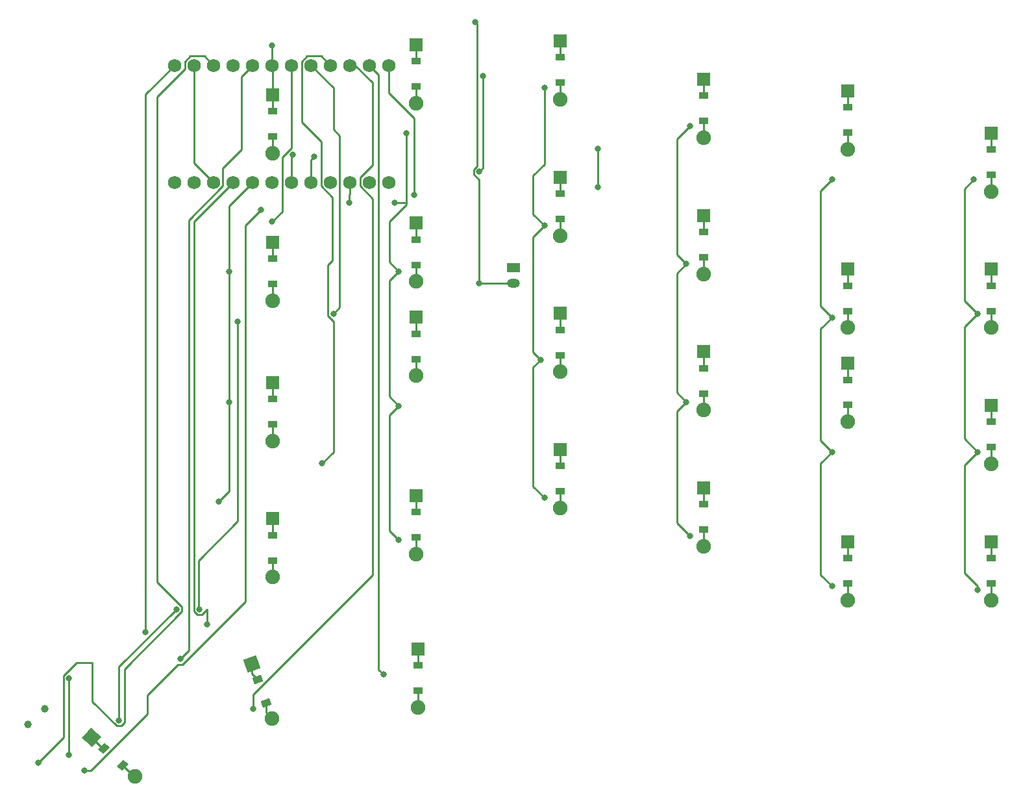
<source format=gbr>
%TF.GenerationSoftware,KiCad,Pcbnew,8.0.7*%
%TF.CreationDate,2024-12-27T12:50:11-06:00*%
%TF.ProjectId,right,72696768-742e-46b6-9963-61645f706362,v1.0.0*%
%TF.SameCoordinates,Original*%
%TF.FileFunction,Copper,L1,Top*%
%TF.FilePolarity,Positive*%
%FSLAX46Y46*%
G04 Gerber Fmt 4.6, Leading zero omitted, Abs format (unit mm)*
G04 Created by KiCad (PCBNEW 8.0.7) date 2024-12-27 12:50:11*
%MOMM*%
%LPD*%
G01*
G04 APERTURE LIST*
G04 Aperture macros list*
%AMRotRect*
0 Rectangle, with rotation*
0 The origin of the aperture is its center*
0 $1 length*
0 $2 width*
0 $3 Rotation angle, in degrees counterclockwise*
0 Add horizontal line*
21,1,$1,$2,0,0,$3*%
G04 Aperture macros list end*
%TA.AperFunction,WasherPad*%
%ADD10C,1.000000*%
%TD*%
%TA.AperFunction,ComponentPad*%
%ADD11R,1.778000X1.778000*%
%TD*%
%TA.AperFunction,SMDPad,CuDef*%
%ADD12R,1.200000X0.900000*%
%TD*%
%TA.AperFunction,ComponentPad*%
%ADD13C,1.905000*%
%TD*%
%TA.AperFunction,ComponentPad*%
%ADD14R,1.700000X1.200000*%
%TD*%
%TA.AperFunction,ComponentPad*%
%ADD15O,1.700000X1.200000*%
%TD*%
%TA.AperFunction,ComponentPad*%
%ADD16C,1.752600*%
%TD*%
%TA.AperFunction,ComponentPad*%
%ADD17RotRect,1.778000X1.778000X290.000000*%
%TD*%
%TA.AperFunction,SMDPad,CuDef*%
%ADD18RotRect,0.900000X1.200000X290.000000*%
%TD*%
%TA.AperFunction,ComponentPad*%
%ADD19RotRect,1.778000X1.778000X318.000000*%
%TD*%
%TA.AperFunction,SMDPad,CuDef*%
%ADD20RotRect,0.900000X1.200000X318.000000*%
%TD*%
%TA.AperFunction,ViaPad*%
%ADD21C,0.800000*%
%TD*%
%TA.AperFunction,Conductor*%
%ADD22C,0.250000*%
%TD*%
G04 APERTURE END LIST*
D10*
%TO.P,T1,*%
%TO.N,*%
X269664468Y-173527908D03*
X271822488Y-171443932D03*
%TD*%
D11*
%TO.P,D6,1*%
%TO.N,P002*%
X376550000Y-114190000D03*
D12*
X376550000Y-116350000D03*
%TO.P,D6,2*%
%TO.N,mirror_second_home*%
X376550000Y-119650000D03*
D13*
X376550000Y-121810000D03*
%TD*%
D11*
%TO.P,D21,1*%
%TO.N,P115*%
X376550000Y-126440000D03*
D12*
X376550000Y-128600000D03*
%TO.P,D21,2*%
%TO.N,mirror_second_bottom*%
X376550000Y-131900000D03*
D13*
X376550000Y-134060000D03*
%TD*%
D11*
%TO.P,D1,1*%
%TO.N,P113*%
X395300000Y-149690000D03*
D12*
X395300000Y-151850000D03*
%TO.P,D1,2*%
%TO.N,mirror_first_mod*%
X395300000Y-155150000D03*
D13*
X395300000Y-157310000D03*
%TD*%
D11*
%TO.P,D17,1*%
%TO.N,P115*%
X301550000Y-128940000D03*
D12*
X301550000Y-131100000D03*
%TO.P,D17,2*%
%TO.N,mirror_sixth_bottom*%
X301550000Y-134400000D03*
D13*
X301550000Y-136560000D03*
%TD*%
D11*
%TO.P,D14,1*%
%TO.N,P113*%
X320300000Y-143690000D03*
D12*
X320300000Y-145850000D03*
%TO.P,D14,2*%
%TO.N,mirror_fifth_mod*%
X320300000Y-149150000D03*
D13*
X320300000Y-151310000D03*
%TD*%
D11*
%TO.P,D13,1*%
%TO.N,P029*%
X339050000Y-84440000D03*
D12*
X339050000Y-86600000D03*
%TO.P,D13,2*%
%TO.N,mirror_fourth_top*%
X339050000Y-89900000D03*
D13*
X339050000Y-92060000D03*
%TD*%
D14*
%TO.P,JST1,1*%
%TO.N,pos*%
X333000000Y-114000000D03*
D15*
%TO.P,JST1,2*%
%TO.N,GND*%
X333000000Y-116000000D03*
%TD*%
D11*
%TO.P,D4,1*%
%TO.N,P029*%
X395300000Y-96440000D03*
D12*
X395300000Y-98600000D03*
%TO.P,D4,2*%
%TO.N,mirror_first_top*%
X395300000Y-101900000D03*
D13*
X395300000Y-104060000D03*
%TD*%
D11*
%TO.P,D7,1*%
%TO.N,P113*%
X357800000Y-142690000D03*
D12*
X357800000Y-144850000D03*
%TO.P,D7,2*%
%TO.N,mirror_third_mod*%
X357800000Y-148150000D03*
D13*
X357800000Y-150310000D03*
%TD*%
D16*
%TO.P,MCU1,1*%
%TO.N,P006*%
X288780000Y-102870000D03*
%TO.P,MCU1,2*%
%TO.N,P008*%
X291320000Y-102870000D03*
%TO.P,MCU1,3*%
%TO.N,GND*%
X293860000Y-102870000D03*
%TO.P,MCU1,4*%
X296400000Y-102870000D03*
%TO.P,MCU1,5*%
%TO.N,P017*%
X298940000Y-102870000D03*
%TO.P,MCU1,6*%
%TO.N,P020*%
X301480000Y-102870000D03*
%TO.P,MCU1,7*%
%TO.N,P022*%
X304020000Y-102870000D03*
%TO.P,MCU1,8*%
%TO.N,P024*%
X306560000Y-102870000D03*
%TO.P,MCU1,9*%
%TO.N,P100*%
X309100000Y-102870000D03*
%TO.P,MCU1,10*%
%TO.N,P011*%
X311640000Y-102870000D03*
%TO.P,MCU1,11*%
%TO.N,P104*%
X314180000Y-102870000D03*
%TO.P,MCU1,12*%
%TO.N,P106*%
X316720000Y-102870000D03*
%TO.P,MCU1,13*%
%TO.N,P009*%
X316720000Y-87630000D03*
%TO.P,MCU1,14*%
%TO.N,P010*%
X314180000Y-87630000D03*
%TO.P,MCU1,15*%
%TO.N,P111*%
X311640000Y-87630000D03*
%TO.P,MCU1,16*%
%TO.N,P113*%
X309100000Y-87630000D03*
%TO.P,MCU1,17*%
%TO.N,P115*%
X306560000Y-87630000D03*
%TO.P,MCU1,18*%
%TO.N,P002*%
X304020000Y-87630000D03*
%TO.P,MCU1,19*%
%TO.N,P029*%
X301480000Y-87630000D03*
%TO.P,MCU1,20*%
%TO.N,P031*%
X298940000Y-87630000D03*
%TO.P,MCU1,21*%
%TO.N,VCC*%
X296400000Y-87630000D03*
%TO.P,MCU1,22*%
%TO.N,RST*%
X293860000Y-87630000D03*
%TO.P,MCU1,23*%
%TO.N,GND*%
X291320000Y-87630000D03*
%TO.P,MCU1,24*%
%TO.N,RAW*%
X288780000Y-87630000D03*
%TD*%
D11*
%TO.P,D15,1*%
%TO.N,P002*%
X320300000Y-108190000D03*
D12*
X320300000Y-110350000D03*
%TO.P,D15,2*%
%TO.N,mirror_fifth_home*%
X320300000Y-113650000D03*
D13*
X320300000Y-115810000D03*
%TD*%
D11*
%TO.P,D5,1*%
%TO.N,P113*%
X376550000Y-149690000D03*
D12*
X376550000Y-151850000D03*
%TO.P,D5,2*%
%TO.N,mirror_second_mod*%
X376550000Y-155150000D03*
D13*
X376550000Y-157310000D03*
%TD*%
D11*
%TO.P,D10,1*%
%TO.N,P029*%
X357800000Y-89440000D03*
D12*
X357800000Y-91600000D03*
%TO.P,D10,2*%
%TO.N,mirror_third_top*%
X357800000Y-94900000D03*
D13*
X357800000Y-97060000D03*
%TD*%
D11*
%TO.P,D24,1*%
%TO.N,P029*%
X320300000Y-84940000D03*
D12*
X320300000Y-87100000D03*
%TO.P,D24,2*%
%TO.N,mirror_fifth_top*%
X320300000Y-90400000D03*
D13*
X320300000Y-92560000D03*
%TD*%
D11*
%TO.P,D9,1*%
%TO.N,P002*%
X357800000Y-107190000D03*
D12*
X357800000Y-109350000D03*
%TO.P,D9,2*%
%TO.N,mirror_third_home*%
X357800000Y-112650000D03*
D13*
X357800000Y-114810000D03*
%TD*%
D11*
%TO.P,D22,1*%
%TO.N,P029*%
X376550000Y-90940000D03*
D12*
X376550000Y-93100000D03*
%TO.P,D22,2*%
%TO.N,mirror_second_top*%
X376550000Y-96400000D03*
D13*
X376550000Y-98560000D03*
%TD*%
D11*
%TO.P,D16,1*%
%TO.N,P113*%
X301550000Y-146690000D03*
D12*
X301550000Y-148850000D03*
%TO.P,D16,2*%
%TO.N,mirror_sixth_mod*%
X301550000Y-152150000D03*
D13*
X301550000Y-154310000D03*
%TD*%
D11*
%TO.P,D8,1*%
%TO.N,P115*%
X357800000Y-124940000D03*
D12*
X357800000Y-127100000D03*
%TO.P,D8,2*%
%TO.N,mirror_third_bottom*%
X357800000Y-130400000D03*
D13*
X357800000Y-132560000D03*
%TD*%
D17*
%TO.P,D19,1*%
%TO.N,P031*%
X298854006Y-165602441D03*
D18*
X299592770Y-167632177D03*
%TO.P,D19,2*%
%TO.N,mirror_home_thumb*%
X300721436Y-170733163D03*
D13*
X301460200Y-172762899D03*
%TD*%
D11*
%TO.P,D2,1*%
%TO.N,P115*%
X395300000Y-131940000D03*
D12*
X395300000Y-134100000D03*
%TO.P,D2,2*%
%TO.N,mirror_first_bottom*%
X395300000Y-137400000D03*
D13*
X395300000Y-139560000D03*
%TD*%
D19*
%TO.P,D20,1*%
%TO.N,P031*%
X277960254Y-175216163D03*
D20*
X279565447Y-176661485D03*
%TO.P,D20,2*%
%TO.N,mirror_far_thumb*%
X282017825Y-178869617D03*
D13*
X283623018Y-180314939D03*
%TD*%
D11*
%TO.P,D11,1*%
%TO.N,P113*%
X339050000Y-137690000D03*
D12*
X339050000Y-139850000D03*
%TO.P,D11,2*%
%TO.N,mirror_fourth_mod*%
X339050000Y-143150000D03*
D13*
X339050000Y-145310000D03*
%TD*%
D11*
%TO.P,D23,1*%
%TO.N,P115*%
X320300000Y-120440000D03*
D12*
X320300000Y-122600000D03*
%TO.P,D23,2*%
%TO.N,mirror_fifth_bottom*%
X320300000Y-125900000D03*
D13*
X320300000Y-128060000D03*
%TD*%
D11*
%TO.P,D27,1*%
%TO.N,P002*%
X339050000Y-102190000D03*
D12*
X339050000Y-104350000D03*
%TO.P,D27,2*%
%TO.N,mirror_fourth_home*%
X339050000Y-107650000D03*
D13*
X339050000Y-109810000D03*
%TD*%
D11*
%TO.P,D12,1*%
%TO.N,P115*%
X339050000Y-119940000D03*
D12*
X339050000Y-122100000D03*
%TO.P,D12,2*%
%TO.N,mirror_fourth_bottom*%
X339050000Y-125400000D03*
D13*
X339050000Y-127560000D03*
%TD*%
D11*
%TO.P,D26,1*%
%TO.N,P002*%
X301550000Y-110690000D03*
D12*
X301550000Y-112850000D03*
%TO.P,D26,2*%
%TO.N,mirror_sixth_home*%
X301550000Y-116150000D03*
D13*
X301550000Y-118310000D03*
%TD*%
D11*
%TO.P,D25,1*%
%TO.N,P029*%
X301550000Y-91440000D03*
D12*
X301550000Y-93600000D03*
%TO.P,D25,2*%
%TO.N,mirror_sixth_top*%
X301550000Y-96900000D03*
D13*
X301550000Y-99060000D03*
%TD*%
D11*
%TO.P,D3,1*%
%TO.N,P002*%
X395300000Y-114190000D03*
D12*
X395300000Y-116350000D03*
%TO.P,D3,2*%
%TO.N,mirror_first_home*%
X395300000Y-119650000D03*
D13*
X395300000Y-121810000D03*
%TD*%
D11*
%TO.P,D18,1*%
%TO.N,P031*%
X320550000Y-163690000D03*
D12*
X320550000Y-165850000D03*
%TO.P,D18,2*%
%TO.N,mirror_near_thumb*%
X320550000Y-169150000D03*
D13*
X320550000Y-171310000D03*
%TD*%
D21*
%TO.N,P020*%
X393500000Y-156000000D03*
X393500000Y-138000000D03*
X393000000Y-102500000D03*
X393500000Y-120000000D03*
%TO.N,P022*%
X374500000Y-120500000D03*
X344000000Y-103500000D03*
X374500000Y-155500000D03*
X304158342Y-99283622D03*
X344000000Y-98500000D03*
X374500000Y-138000000D03*
X374500000Y-102500000D03*
%TO.N,P024*%
X355500000Y-113500000D03*
X356000000Y-149000000D03*
X356000000Y-95500000D03*
X307000000Y-99500000D03*
X355500000Y-131500000D03*
%TO.N,P100*%
X337000000Y-108500000D03*
X328500000Y-101500000D03*
X337000000Y-144000000D03*
X337000000Y-90500000D03*
X329000000Y-89000000D03*
X336500000Y-126000000D03*
%TO.N,P011*%
X318000000Y-114500000D03*
X319000000Y-96500000D03*
X317500000Y-105500000D03*
X318000000Y-132000000D03*
X311500000Y-105500000D03*
X318000000Y-149500000D03*
%TO.N,P017*%
X294500000Y-144500000D03*
X295839500Y-131500000D03*
X295839500Y-114500000D03*
%TO.N,P010*%
X316000000Y-167000000D03*
%TO.N,P111*%
X299000000Y-171500000D03*
%TO.N,P009*%
X277000000Y-179500000D03*
X300000000Y-106500000D03*
X320000000Y-104500000D03*
%TO.N,P113*%
X308000000Y-139500000D03*
%TO.N,P115*%
X309500000Y-120000000D03*
%TO.N,P002*%
X301500000Y-108000000D03*
%TO.N,P029*%
X301500000Y-85000000D03*
%TO.N,P031*%
X289500000Y-165000000D03*
%TO.N,RAW*%
X284987347Y-161487347D03*
%TO.N,GND*%
X328500000Y-116000000D03*
X275000000Y-167500000D03*
X293000000Y-160500000D03*
X328000000Y-82000000D03*
X275000000Y-177500000D03*
%TO.N,RST*%
X271000000Y-178500000D03*
%TO.N,pos*%
X281500000Y-173000000D03*
X297000000Y-121000000D03*
X292000000Y-158500000D03*
X289000000Y-158500000D03*
%TD*%
D22*
%TO.N,P020*%
X393500000Y-138000000D02*
X391774100Y-139725900D01*
X391774100Y-121725900D02*
X391774100Y-136274100D01*
X391774100Y-118274100D02*
X393500000Y-120000000D01*
X391774100Y-103725900D02*
X391774100Y-118274100D01*
X393500000Y-120000000D02*
X391774100Y-121725900D01*
X391774100Y-139725900D02*
X391774100Y-153774100D01*
X391774100Y-153774100D02*
X393500000Y-155500000D01*
X393000000Y-102500000D02*
X391774100Y-103725900D01*
X393500000Y-155500000D02*
X393500000Y-156000000D01*
X391774100Y-136274100D02*
X393500000Y-138000000D01*
%TO.N,mirror_first_mod*%
X395300000Y-155150000D02*
X395300000Y-157310000D01*
%TO.N,mirror_first_bottom*%
X395300000Y-137400000D02*
X395300000Y-139560000D01*
%TO.N,mirror_first_home*%
X395300000Y-119650000D02*
X395300000Y-121810000D01*
%TO.N,mirror_first_top*%
X395300000Y-104060000D02*
X395300000Y-101900000D01*
%TO.N,P022*%
X374500000Y-138000000D02*
X373024100Y-139475900D01*
X374500000Y-120500000D02*
X373024100Y-121975900D01*
X373024100Y-139475900D02*
X373024100Y-154024100D01*
X373024100Y-119024100D02*
X374500000Y-120500000D01*
X373024100Y-136524100D02*
X374500000Y-138000000D01*
X373024100Y-121975900D02*
X373024100Y-136524100D01*
X374500000Y-102500000D02*
X373024100Y-103975900D01*
X304020000Y-99421964D02*
X304020000Y-102870000D01*
X373024100Y-103975900D02*
X373024100Y-119024100D01*
X304158342Y-99283622D02*
X304020000Y-99421964D01*
X373024100Y-154024100D02*
X374500000Y-155500000D01*
X344000000Y-103500000D02*
X344000000Y-98500000D01*
%TO.N,mirror_second_mod*%
X376550000Y-155150000D02*
X376550000Y-157310000D01*
%TO.N,mirror_second_bottom*%
X376550000Y-131900000D02*
X376550000Y-134060000D01*
%TO.N,mirror_second_home*%
X376550000Y-119650000D02*
X376550000Y-121810000D01*
%TO.N,mirror_second_top*%
X376550000Y-96400000D02*
X376550000Y-98560000D01*
%TO.N,P024*%
X354274100Y-97225900D02*
X354274100Y-112274100D01*
X354274100Y-130274100D02*
X355500000Y-131500000D01*
X354274100Y-114725900D02*
X354274100Y-130274100D01*
X356000000Y-95500000D02*
X354274100Y-97225900D01*
X354274100Y-147274100D02*
X356000000Y-149000000D01*
X355500000Y-113500000D02*
X354274100Y-114725900D01*
X354274100Y-132725900D02*
X354274100Y-147274100D01*
X307000000Y-99500000D02*
X306560000Y-99940000D01*
X306560000Y-99940000D02*
X306560000Y-102870000D01*
X355500000Y-131500000D02*
X354274100Y-132725900D01*
X354274100Y-112274100D02*
X355500000Y-113500000D01*
%TO.N,mirror_third_mod*%
X357800000Y-148150000D02*
X357800000Y-150310000D01*
%TO.N,mirror_third_bottom*%
X357800000Y-130400000D02*
X357800000Y-132560000D01*
%TO.N,mirror_third_home*%
X357800000Y-112650000D02*
X357800000Y-114810000D01*
%TO.N,mirror_third_top*%
X357800000Y-94900000D02*
X357800000Y-97060000D01*
%TO.N,P100*%
X336500000Y-126000000D02*
X335524100Y-126975900D01*
X337000000Y-100516316D02*
X335524100Y-101992216D01*
X337000000Y-108500000D02*
X335524100Y-109975900D01*
X329000000Y-101000000D02*
X328500000Y-101500000D01*
X337000000Y-90500000D02*
X337000000Y-100516316D01*
X335524100Y-109975900D02*
X335524100Y-125024100D01*
X335524100Y-142524100D02*
X337000000Y-144000000D01*
X335524100Y-107024100D02*
X337000000Y-108500000D01*
X335524100Y-125024100D02*
X336500000Y-126000000D01*
X335524100Y-126975900D02*
X335524100Y-142524100D01*
X329000000Y-89000000D02*
X329000000Y-101000000D01*
X335524100Y-101992216D02*
X335524100Y-107024100D01*
%TO.N,mirror_fourth_mod*%
X339050000Y-143150000D02*
X339050000Y-145310000D01*
%TO.N,mirror_fourth_bottom*%
X339050000Y-125400000D02*
X339050000Y-127560000D01*
%TO.N,mirror_fourth_home*%
X339050000Y-107650000D02*
X339050000Y-109810000D01*
%TO.N,mirror_fourth_top*%
X339050000Y-89900000D02*
X339050000Y-92060000D01*
%TO.N,P011*%
X316774100Y-113274100D02*
X318000000Y-114500000D01*
X316774100Y-148274100D02*
X318000000Y-149500000D01*
X316774100Y-115725900D02*
X316774100Y-130774100D01*
X311500000Y-105500000D02*
X311500000Y-104500000D01*
X311500000Y-104500000D02*
X311640000Y-104360000D01*
X319000000Y-105500000D02*
X317500000Y-105500000D01*
X319000000Y-105500000D02*
X319000000Y-105766316D01*
X316774100Y-130774100D02*
X318000000Y-132000000D01*
X311640000Y-104360000D02*
X311640000Y-102870000D01*
X318000000Y-132000000D02*
X316774100Y-133225900D01*
X316774100Y-133225900D02*
X316774100Y-148274100D01*
X319000000Y-96500000D02*
X319000000Y-105500000D01*
X318000000Y-114500000D02*
X316774100Y-115725900D01*
X319000000Y-105766316D02*
X316774100Y-107992216D01*
X316774100Y-107992216D02*
X316774100Y-113274100D01*
%TO.N,mirror_fifth_mod*%
X320300000Y-149150000D02*
X320300000Y-151310000D01*
%TO.N,mirror_fifth_bottom*%
X320300000Y-125900000D02*
X320300000Y-128060000D01*
%TO.N,mirror_fifth_home*%
X320300000Y-113650000D02*
X320300000Y-115810000D01*
%TO.N,mirror_fifth_top*%
X320300000Y-90400000D02*
X320300000Y-92560000D01*
%TO.N,P017*%
X295839500Y-131500000D02*
X295839500Y-114500000D01*
X295839500Y-143160500D02*
X295839500Y-131500000D01*
X295839500Y-114500000D02*
X295839500Y-105970500D01*
X295839500Y-105970500D02*
X298940000Y-102870000D01*
X294500000Y-144500000D02*
X295839500Y-143160500D01*
%TO.N,mirror_sixth_mod*%
X301550000Y-152150000D02*
X301550000Y-154310000D01*
%TO.N,mirror_sixth_bottom*%
X301550000Y-134400000D02*
X301550000Y-136560000D01*
%TO.N,mirror_sixth_home*%
X301550000Y-116150000D02*
X301550000Y-118310000D01*
%TO.N,mirror_sixth_top*%
X301550000Y-96900000D02*
X301550000Y-99060000D01*
%TO.N,P010*%
X316000000Y-167000000D02*
X315381300Y-166381300D01*
X315381300Y-88831300D02*
X314180000Y-87630000D01*
X315381300Y-166381300D02*
X315381300Y-88831300D01*
%TO.N,mirror_near_thumb*%
X320550000Y-169150000D02*
X320550000Y-171310000D01*
%TO.N,P111*%
X312978700Y-102235005D02*
X314589500Y-100624205D01*
X299000000Y-171500000D02*
X299000000Y-169619942D01*
X314589500Y-154030442D02*
X314589500Y-104978395D01*
X299000000Y-169619942D02*
X314589500Y-154030442D01*
X312334999Y-87630000D02*
X311640000Y-87630000D01*
X314589500Y-104978395D02*
X312978700Y-103367595D01*
X314589500Y-100624205D02*
X314589500Y-89884501D01*
X312978700Y-103367595D02*
X312978700Y-102235005D01*
X314589500Y-89884501D02*
X312334999Y-87630000D01*
%TO.N,mirror_home_thumb*%
X300721436Y-170733163D02*
X300721436Y-172024135D01*
X300721436Y-172024135D02*
X301460200Y-172762899D01*
%TO.N,P009*%
X277866486Y-179500000D02*
X285236221Y-172130265D01*
X298000000Y-157525305D02*
X298000000Y-108500000D01*
X285236221Y-172130265D02*
X285236221Y-169688474D01*
X289199695Y-165725000D02*
X289800305Y-165725000D01*
X298000000Y-108500000D02*
X300000000Y-106500000D01*
X320000000Y-94483684D02*
X316720000Y-91203684D01*
X285236221Y-169688474D02*
X289199695Y-165725000D01*
X320000000Y-104500000D02*
X320000000Y-94483684D01*
X316720000Y-91203684D02*
X316720000Y-87630000D01*
X289800305Y-165725000D02*
X298000000Y-157525305D01*
X277000000Y-179500000D02*
X277866486Y-179500000D01*
%TO.N,mirror_far_thumb*%
X283623018Y-180314939D02*
X283463147Y-180314939D01*
X283463147Y-180314939D02*
X282017825Y-178869617D01*
%TO.N,P113*%
X357800000Y-142690000D02*
X357800000Y-144850000D01*
X376550000Y-149690000D02*
X376550000Y-151850000D01*
X306062405Y-86428700D02*
X307898700Y-86428700D01*
X305358700Y-87132405D02*
X306062405Y-86428700D01*
X309375000Y-104843895D02*
X307898700Y-103367595D01*
X308775000Y-120300305D02*
X308775000Y-113626650D01*
X320300000Y-143690000D02*
X320300000Y-145850000D01*
X307898700Y-86428700D02*
X309100000Y-87630000D01*
X339050000Y-137690000D02*
X339050000Y-139850000D01*
X308000000Y-139500000D02*
X309500000Y-138000000D01*
X395300000Y-149690000D02*
X395300000Y-151850000D01*
X307898700Y-103367595D02*
X307898700Y-97550350D01*
X309500000Y-138000000D02*
X309500000Y-121025305D01*
X309500000Y-121025305D02*
X308775000Y-120300305D01*
X301550000Y-146690000D02*
X301550000Y-148850000D01*
X307898700Y-97550350D02*
X305358700Y-95010350D01*
X309375000Y-113026650D02*
X309375000Y-104843895D01*
X305358700Y-95010350D02*
X305358700Y-87132405D01*
X308775000Y-113626650D02*
X309375000Y-113026650D01*
%TO.N,P115*%
X395300000Y-131940000D02*
X395300000Y-134100000D01*
X309500000Y-90570000D02*
X306560000Y-87630000D01*
X310301300Y-119198700D02*
X310301300Y-96801300D01*
X339050000Y-119940000D02*
X339050000Y-122100000D01*
X357800000Y-124940000D02*
X357800000Y-127100000D01*
X309500000Y-96000000D02*
X309500000Y-90570000D01*
X376550000Y-126440000D02*
X376550000Y-128600000D01*
X301550000Y-128940000D02*
X301550000Y-131100000D01*
X320300000Y-120440000D02*
X320300000Y-122600000D01*
X309500000Y-120000000D02*
X310301300Y-119198700D01*
X310301300Y-96801300D02*
X309500000Y-96000000D01*
%TO.N,P002*%
X339050000Y-102190000D02*
X339050000Y-104350000D01*
X301550000Y-110690000D02*
X301550000Y-112850000D01*
X304020000Y-98396658D02*
X304020000Y-87630000D01*
X302818700Y-99597958D02*
X304020000Y-98396658D01*
X302818700Y-106681300D02*
X302818700Y-99597958D01*
X395300000Y-114190000D02*
X395300000Y-116350000D01*
X357800000Y-107190000D02*
X357800000Y-109350000D01*
X376550000Y-114190000D02*
X376550000Y-116350000D01*
X301500000Y-108000000D02*
X302818700Y-106681300D01*
X320300000Y-108190000D02*
X320300000Y-110350000D01*
%TO.N,P029*%
X376550000Y-90940000D02*
X376550000Y-93100000D01*
X301550000Y-91440000D02*
X301550000Y-87700000D01*
X339050000Y-84440000D02*
X339050000Y-86600000D01*
X320300000Y-84940000D02*
X320300000Y-87100000D01*
X301550000Y-87700000D02*
X301480000Y-87630000D01*
X301500000Y-85000000D02*
X301480000Y-85020000D01*
X395300000Y-96440000D02*
X395300000Y-98600000D01*
X301480000Y-85020000D02*
X301480000Y-87630000D01*
X301550000Y-91440000D02*
X301550000Y-93600000D01*
X357800000Y-89440000D02*
X357800000Y-91600000D01*
%TO.N,P031*%
X295061300Y-103367595D02*
X295061300Y-101040350D01*
X298854006Y-165602441D02*
X298854006Y-166893413D01*
X298854006Y-166893413D02*
X299592770Y-167632177D01*
X297500000Y-89070000D02*
X298940000Y-87630000D01*
X279565447Y-176661485D02*
X279405576Y-176661485D01*
X295061300Y-101040350D02*
X297500000Y-98601650D01*
X279405576Y-176661485D02*
X277960254Y-175216163D01*
X290625000Y-163875000D02*
X290625000Y-107803895D01*
X289500000Y-165000000D02*
X290625000Y-163875000D01*
X320550000Y-163690000D02*
X320550000Y-165850000D01*
X290625000Y-107803895D02*
X295061300Y-103367595D01*
X297500000Y-98601650D02*
X297500000Y-89070000D01*
%TO.N,RAW*%
X284987347Y-91422653D02*
X288780000Y-87630000D01*
X284987347Y-161487347D02*
X284987347Y-91422653D01*
%TO.N,GND*%
X291275000Y-158800305D02*
X291275000Y-107995000D01*
X275000000Y-177500000D02*
X275000000Y-167500000D01*
X328199695Y-82199695D02*
X328000000Y-82000000D01*
X293860000Y-102870000D02*
X291320000Y-100330000D01*
X293000000Y-158525305D02*
X292300305Y-159225000D01*
X327775000Y-101800305D02*
X327775000Y-101199695D01*
X291699695Y-159225000D02*
X291275000Y-158800305D01*
X328500000Y-116000000D02*
X333000000Y-116000000D01*
X327775000Y-101199695D02*
X328199695Y-100775000D01*
X293000000Y-160500000D02*
X293000000Y-158525305D01*
X291275000Y-107995000D02*
X296400000Y-102870000D01*
X291320000Y-100330000D02*
X291320000Y-87630000D01*
X328500000Y-102525305D02*
X327775000Y-101800305D01*
X328500000Y-116000000D02*
X328500000Y-102525305D01*
X328199695Y-100775000D02*
X328199695Y-82199695D01*
X292300305Y-159225000D02*
X291699695Y-159225000D01*
%TO.N,RST*%
X271000000Y-178500000D02*
X274275000Y-175225000D01*
X282225000Y-166300305D02*
X289725000Y-158800305D01*
X289725000Y-158199695D02*
X286500000Y-154974695D01*
X281800305Y-173725000D02*
X282225000Y-173300305D01*
X282225000Y-173300305D02*
X282225000Y-166300305D01*
X274275000Y-167199695D02*
X275974695Y-165500000D01*
X275974695Y-165500000D02*
X278000000Y-165500000D01*
X292658700Y-86428700D02*
X293860000Y-87630000D01*
X278000000Y-170525305D02*
X281199695Y-173725000D01*
X274275000Y-175225000D02*
X274275000Y-167199695D01*
X286500000Y-154974695D02*
X286500000Y-91746295D01*
X278000000Y-165500000D02*
X278000000Y-170525305D01*
X281199695Y-173725000D02*
X281800305Y-173725000D01*
X289725000Y-158800305D02*
X289725000Y-158199695D01*
X290822405Y-86428700D02*
X292658700Y-86428700D01*
X290118700Y-87132405D02*
X290822405Y-86428700D01*
X286500000Y-91746295D02*
X290118700Y-88127595D01*
X290118700Y-88127595D02*
X290118700Y-87132405D01*
%TO.N,pos*%
X291875000Y-158375000D02*
X292000000Y-158500000D01*
X297000000Y-121000000D02*
X297000000Y-147048350D01*
X289000000Y-158500000D02*
X281500000Y-166000000D01*
X291875000Y-152173350D02*
X291875000Y-158375000D01*
X281500000Y-166000000D02*
X281500000Y-173000000D01*
X297000000Y-147048350D02*
X291875000Y-152173350D01*
%TD*%
M02*

</source>
